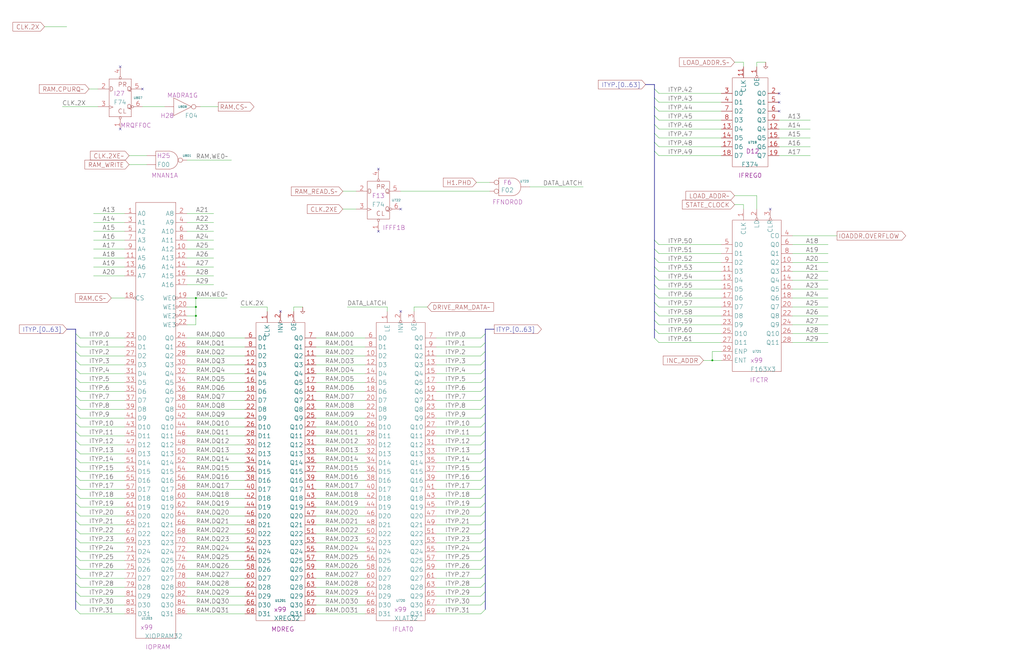
<source format=kicad_sch>
(kicad_sch (version 20230121) (generator eeschema)
  (paper "User" 584.2 378.46)
  (title_block (title "MEMORY\\nPARITY CHECKING") (date "22-SEP-90") (rev "2.0") (comment 1 "IOC") (comment 2 "232-003061") (comment 3 "S400") (comment 4 "RELEASED"))
  (junction (at 111.76 180.34))
  (junction (at 111.76 175.26))
  (junction (at 406.4 205.74))
  (junction (at 111.76 170.18))
  (no_connect (at 215.9 132.08))
  (no_connect (at 444.5 63.5))
  (no_connect (at 81.28 50.8))
  (no_connect (at 228.6 119.38))
  (no_connect (at 439.42 119.38))
  (no_connect (at 68.58 73.66))
  (no_connect (at 215.9 96.52))
  (no_connect (at 68.58 38.1))
  (no_connect (at 444.5 58.42))
  (no_connect (at 160.02 177.8))
  (no_connect (at 228.6 177.8))
  (no_connect (at 444.5 53.34))
  (bus_entry (at 373.38 137.16) (size 2.54 2.54))
  (bus_entry (at 43.18 200.66) (size 2.54 2.54))
  (bus_entry (at 43.18 220.98) (size 2.54 2.54))
  (bus_entry (at 43.18 261.62) (size 2.54 2.54))
  (bus_entry (at 43.18 251.46) (size 2.54 2.54))
  (bus_entry (at 373.38 172.72) (size 2.54 2.54))
  (bus_entry (at 373.38 60.96) (size 2.54 2.54))
  (bus_entry (at 373.38 152.4) (size 2.54 2.54))
  (bus_entry (at 43.18 332.74) (size 2.54 2.54))
  (bus_entry (at 276.86 287.02) (size -2.54 2.54))
  (bus_entry (at 276.86 210.82) (size -2.54 2.54))
  (bus_entry (at 43.18 195.58) (size 2.54 2.54))
  (bus_entry (at 43.18 337.82) (size 2.54 2.54))
  (bus_entry (at 43.18 312.42) (size 2.54 2.54))
  (bus_entry (at 43.18 276.86) (size 2.54 2.54))
  (bus_entry (at 276.86 307.34) (size -2.54 2.54))
  (bus_entry (at 373.38 147.32) (size 2.54 2.54))
  (bus_entry (at 43.18 342.9) (size 2.54 2.54))
  (bus_entry (at 276.86 231.14) (size -2.54 2.54))
  (bus_entry (at 43.18 210.82) (size 2.54 2.54))
  (bus_entry (at 276.86 205.74) (size -2.54 2.54))
  (bus_entry (at 43.18 231.14) (size 2.54 2.54))
  (bus_entry (at 43.18 266.7) (size 2.54 2.54))
  (bus_entry (at 373.38 50.8) (size 2.54 2.54))
  (bus_entry (at 43.18 256.54) (size 2.54 2.54))
  (bus_entry (at 43.18 246.38) (size 2.54 2.54))
  (bus_entry (at 276.86 317.5) (size -2.54 2.54))
  (bus_entry (at 43.18 281.94) (size 2.54 2.54))
  (bus_entry (at 43.18 287.02) (size 2.54 2.54))
  (bus_entry (at 276.86 312.42) (size -2.54 2.54))
  (bus_entry (at 373.38 86.36) (size 2.54 2.54))
  (bus_entry (at 276.86 215.9) (size -2.54 2.54))
  (bus_entry (at 276.86 322.58) (size -2.54 2.54))
  (bus_entry (at 276.86 337.82) (size -2.54 2.54))
  (bus_entry (at 373.38 162.56) (size 2.54 2.54))
  (bus_entry (at 276.86 302.26) (size -2.54 2.54))
  (bus_entry (at 43.18 327.66) (size 2.54 2.54))
  (bus_entry (at 276.86 220.98) (size -2.54 2.54))
  (bus_entry (at 276.86 271.78) (size -2.54 2.54))
  (bus_entry (at 276.86 292.1) (size -2.54 2.54))
  (bus_entry (at 373.38 71.12) (size 2.54 2.54))
  (bus_entry (at 276.86 251.46) (size -2.54 2.54))
  (bus_entry (at 276.86 347.98) (size -2.54 2.54))
  (bus_entry (at 43.18 190.5) (size 2.54 2.54))
  (bus_entry (at 43.18 292.1) (size 2.54 2.54))
  (bus_entry (at 373.38 81.28) (size 2.54 2.54))
  (bus_entry (at 276.86 246.38) (size -2.54 2.54))
  (bus_entry (at 276.86 327.66) (size -2.54 2.54))
  (bus_entry (at 43.18 322.58) (size 2.54 2.54))
  (bus_entry (at 276.86 195.58) (size -2.54 2.54))
  (bus_entry (at 373.38 157.48) (size 2.54 2.54))
  (bus_entry (at 43.18 241.3) (size 2.54 2.54))
  (bus_entry (at 276.86 261.62) (size -2.54 2.54))
  (bus_entry (at 373.38 182.88) (size 2.54 2.54))
  (bus_entry (at 276.86 281.94) (size -2.54 2.54))
  (bus_entry (at 373.38 76.2) (size 2.54 2.54))
  (bus_entry (at 43.18 226.06) (size 2.54 2.54))
  (bus_entry (at 276.86 342.9) (size -2.54 2.54))
  (bus_entry (at 373.38 193.04) (size 2.54 2.54))
  (bus_entry (at 373.38 177.8) (size 2.54 2.54))
  (bus_entry (at 276.86 266.7) (size -2.54 2.54))
  (bus_entry (at 373.38 187.96) (size 2.54 2.54))
  (bus_entry (at 373.38 167.64) (size 2.54 2.54))
  (bus_entry (at 373.38 142.24) (size 2.54 2.54))
  (bus_entry (at 276.86 241.3) (size -2.54 2.54))
  (bus_entry (at 43.18 215.9) (size 2.54 2.54))
  (bus_entry (at 373.38 55.88) (size 2.54 2.54))
  (bus_entry (at 43.18 302.26) (size 2.54 2.54))
  (bus_entry (at 43.18 347.98) (size 2.54 2.54))
  (bus_entry (at 276.86 297.18) (size -2.54 2.54))
  (bus_entry (at 373.38 66.04) (size 2.54 2.54))
  (bus_entry (at 43.18 271.78) (size 2.54 2.54))
  (bus_entry (at 43.18 205.74) (size 2.54 2.54))
  (bus_entry (at 276.86 200.66) (size -2.54 2.54))
  (bus_entry (at 276.86 276.86) (size -2.54 2.54))
  (bus_entry (at 43.18 317.5) (size 2.54 2.54))
  (bus_entry (at 276.86 332.74) (size -2.54 2.54))
  (bus_entry (at 276.86 236.22) (size -2.54 2.54))
  (bus_entry (at 43.18 307.34) (size 2.54 2.54))
  (bus_entry (at 43.18 297.18) (size 2.54 2.54))
  (bus_entry (at 43.18 236.22) (size 2.54 2.54))
  (bus_entry (at 276.86 256.54) (size -2.54 2.54))
  (bus_entry (at 276.86 190.5) (size -2.54 2.54))
  (bus_entry (at 276.86 226.06) (size -2.54 2.54))
  (wire (pts (xy 375.92 68.58) (xy 411.48 68.58)))
  (bus (pts (xy 276.86 307.34) (xy 276.86 312.42)))
  (wire (pts (xy 195.58 109.22) (xy 203.2 109.22)))
  (wire (pts (xy 106.68 248.92) (xy 139.7 248.92)))
  (wire (pts (xy 274.32 294.64) (xy 248.92 294.64)))
  (bus (pts (xy 43.18 261.62) (xy 43.18 266.7)))
  (wire (pts (xy 106.68 233.68) (xy 139.7 233.68)))
  (wire (pts (xy 274.32 274.32) (xy 248.92 274.32)))
  (wire (pts (xy 180.34 350.52) (xy 208.28 350.52)))
  (wire (pts (xy 419.1 35.56) (xy 424.18 35.56)))
  (wire (pts (xy 375.92 149.86) (xy 411.48 149.86)))
  (wire (pts (xy 452.12 190.5) (xy 472.44 190.5)))
  (wire (pts (xy 106.68 180.34) (xy 111.76 180.34)))
  (bus (pts (xy 276.86 187.96) (xy 281.94 187.96)))
  (wire (pts (xy 274.32 198.12) (xy 248.92 198.12)))
  (wire (pts (xy 452.12 180.34) (xy 472.44 180.34)))
  (bus (pts (xy 43.18 342.9) (xy 43.18 347.98)))
  (wire (pts (xy 45.72 238.76) (xy 71.12 238.76)))
  (bus (pts (xy 38.1 187.96) (xy 43.18 187.96)))
  (wire (pts (xy 198.12 175.26) (xy 220.98 175.26)))
  (wire (pts (xy 106.68 274.32) (xy 139.7 274.32)))
  (wire (pts (xy 431.8 119.38) (xy 431.8 111.76)))
  (wire (pts (xy 106.68 137.16) (xy 121.92 137.16)))
  (wire (pts (xy 274.32 350.52) (xy 248.92 350.52)))
  (bus (pts (xy 276.86 292.1) (xy 276.86 297.18)))
  (wire (pts (xy 106.68 325.12) (xy 139.7 325.12)))
  (bus (pts (xy 276.86 246.38) (xy 276.86 251.46)))
  (wire (pts (xy 452.12 134.62) (xy 477.52 134.62)))
  (wire (pts (xy 180.34 198.12) (xy 208.28 198.12)))
  (wire (pts (xy 375.92 78.74) (xy 411.48 78.74)))
  (wire (pts (xy 180.34 304.8) (xy 208.28 304.8)))
  (wire (pts (xy 444.5 78.74) (xy 462.28 78.74)))
  (wire (pts (xy 106.68 350.52) (xy 139.7 350.52)))
  (bus (pts (xy 43.18 332.74) (xy 43.18 337.82)))
  (bus (pts (xy 373.38 66.04) (xy 373.38 71.12)))
  (wire (pts (xy 180.34 299.72) (xy 208.28 299.72)))
  (bus (pts (xy 43.18 231.14) (xy 43.18 236.22)))
  (bus (pts (xy 373.38 182.88) (xy 373.38 187.96)))
  (bus (pts (xy 373.38 60.96) (xy 373.38 66.04)))
  (wire (pts (xy 236.22 175.26) (xy 236.22 177.8)))
  (wire (pts (xy 243.84 175.26) (xy 236.22 175.26)))
  (wire (pts (xy 45.72 208.28) (xy 71.12 208.28)))
  (wire (pts (xy 73.66 93.98) (xy 83.82 93.98)))
  (wire (pts (xy 45.72 289.56) (xy 71.12 289.56)))
  (bus (pts (xy 43.18 276.86) (xy 43.18 281.94)))
  (wire (pts (xy 274.32 314.96) (xy 248.92 314.96)))
  (wire (pts (xy 375.92 160.02) (xy 411.48 160.02)))
  (wire (pts (xy 106.68 243.84) (xy 139.7 243.84)))
  (bus (pts (xy 43.18 266.7) (xy 43.18 271.78)))
  (bus (pts (xy 43.18 195.58) (xy 43.18 200.66)))
  (wire (pts (xy 274.32 223.52) (xy 248.92 223.52)))
  (wire (pts (xy 106.68 193.04) (xy 139.7 193.04)))
  (bus (pts (xy 276.86 236.22) (xy 276.86 241.3)))
  (wire (pts (xy 45.72 345.44) (xy 71.12 345.44)))
  (wire (pts (xy 45.72 203.2) (xy 71.12 203.2)))
  (wire (pts (xy 45.72 340.36) (xy 71.12 340.36)))
  (bus (pts (xy 43.18 327.66) (xy 43.18 332.74)))
  (wire (pts (xy 180.34 243.84) (xy 208.28 243.84)))
  (wire (pts (xy 63.5 170.18) (xy 71.12 170.18)))
  (bus (pts (xy 43.18 220.98) (xy 43.18 226.06)))
  (wire (pts (xy 53.34 152.4) (xy 71.12 152.4)))
  (bus (pts (xy 373.38 157.48) (xy 373.38 162.56)))
  (wire (pts (xy 45.72 254) (xy 71.12 254)))
  (bus (pts (xy 373.38 86.36) (xy 373.38 137.16)))
  (wire (pts (xy 274.32 248.92) (xy 248.92 248.92)))
  (wire (pts (xy 452.12 170.18) (xy 472.44 170.18)))
  (wire (pts (xy 45.72 274.32) (xy 71.12 274.32)))
  (wire (pts (xy 45.72 248.92) (xy 71.12 248.92)))
  (bus (pts (xy 373.38 177.8) (xy 373.38 182.88)))
  (wire (pts (xy 45.72 309.88) (xy 71.12 309.88)))
  (bus (pts (xy 373.38 71.12) (xy 373.38 76.2)))
  (bus (pts (xy 43.18 312.42) (xy 43.18 317.5)))
  (bus (pts (xy 373.38 142.24) (xy 373.38 147.32)))
  (wire (pts (xy 452.12 195.58) (xy 472.44 195.58)))
  (wire (pts (xy 45.72 243.84) (xy 71.12 243.84)))
  (wire (pts (xy 45.72 335.28) (xy 71.12 335.28)))
  (bus (pts (xy 43.18 187.96) (xy 43.18 190.5)))
  (wire (pts (xy 106.68 314.96) (xy 139.7 314.96)))
  (wire (pts (xy 106.68 294.64) (xy 139.7 294.64)))
  (wire (pts (xy 406.4 205.74) (xy 411.48 205.74)))
  (wire (pts (xy 375.92 83.82) (xy 411.48 83.82)))
  (wire (pts (xy 106.68 132.08) (xy 121.92 132.08)))
  (wire (pts (xy 106.68 185.42) (xy 111.76 185.42)))
  (wire (pts (xy 375.92 195.58) (xy 411.48 195.58)))
  (wire (pts (xy 274.32 269.24) (xy 248.92 269.24)))
  (bus (pts (xy 276.86 231.14) (xy 276.86 236.22)))
  (bus (pts (xy 373.38 172.72) (xy 373.38 177.8)))
  (bus (pts (xy 276.86 332.74) (xy 276.86 337.82)))
  (wire (pts (xy 452.12 165.1) (xy 472.44 165.1)))
  (bus (pts (xy 276.86 266.7) (xy 276.86 271.78)))
  (wire (pts (xy 45.72 223.52) (xy 71.12 223.52)))
  (bus (pts (xy 276.86 322.58) (xy 276.86 327.66)))
  (wire (pts (xy 274.32 208.28) (xy 248.92 208.28)))
  (bus (pts (xy 43.18 200.66) (xy 43.18 205.74)))
  (wire (pts (xy 375.92 63.5) (xy 411.48 63.5)))
  (wire (pts (xy 444.5 88.9) (xy 462.28 88.9)))
  (wire (pts (xy 106.68 299.72) (xy 139.7 299.72)))
  (wire (pts (xy 180.34 254) (xy 208.28 254)))
  (wire (pts (xy 111.76 175.26) (xy 111.76 180.34)))
  (wire (pts (xy 452.12 149.86) (xy 472.44 149.86)))
  (wire (pts (xy 274.32 304.8) (xy 248.92 304.8)))
  (bus (pts (xy 276.86 342.9) (xy 276.86 347.98)))
  (bus (pts (xy 373.38 147.32) (xy 373.38 152.4)))
  (wire (pts (xy 53.34 127) (xy 71.12 127)))
  (bus (pts (xy 276.86 205.74) (xy 276.86 210.82)))
  (bus (pts (xy 276.86 241.3) (xy 276.86 246.38)))
  (wire (pts (xy 452.12 139.7) (xy 472.44 139.7)))
  (wire (pts (xy 137.16 175.26) (xy 152.4 175.26)))
  (wire (pts (xy 424.18 119.38) (xy 424.18 116.84)))
  (wire (pts (xy 411.48 200.66) (xy 406.4 200.66)))
  (wire (pts (xy 220.98 175.26) (xy 220.98 177.8)))
  (wire (pts (xy 106.68 269.24) (xy 139.7 269.24)))
  (wire (pts (xy 274.32 243.84) (xy 248.92 243.84)))
  (wire (pts (xy 45.72 330.2) (xy 71.12 330.2)))
  (wire (pts (xy 167.64 175.26) (xy 172.72 175.26)))
  (wire (pts (xy 180.34 309.88) (xy 208.28 309.88)))
  (wire (pts (xy 274.32 325.12) (xy 248.92 325.12)))
  (wire (pts (xy 50.8 50.8) (xy 55.88 50.8)))
  (wire (pts (xy 106.68 198.12) (xy 139.7 198.12)))
  (wire (pts (xy 73.66 88.9) (xy 83.82 88.9)))
  (wire (pts (xy 45.72 325.12) (xy 71.12 325.12)))
  (bus (pts (xy 43.18 226.06) (xy 43.18 231.14)))
  (bus (pts (xy 276.86 312.42) (xy 276.86 317.5)))
  (wire (pts (xy 106.68 264.16) (xy 139.7 264.16)))
  (wire (pts (xy 180.34 284.48) (xy 208.28 284.48)))
  (bus (pts (xy 43.18 292.1) (xy 43.18 297.18)))
  (wire (pts (xy 53.34 137.16) (xy 71.12 137.16)))
  (bus (pts (xy 276.86 287.02) (xy 276.86 292.1)))
  (wire (pts (xy 274.32 264.16) (xy 248.92 264.16)))
  (wire (pts (xy 274.32 330.2) (xy 248.92 330.2)))
  (bus (pts (xy 276.86 317.5) (xy 276.86 322.58)))
  (wire (pts (xy 106.68 340.36) (xy 139.7 340.36)))
  (wire (pts (xy 375.92 53.34) (xy 411.48 53.34)))
  (bus (pts (xy 43.18 251.46) (xy 43.18 256.54)))
  (bus (pts (xy 276.86 302.26) (xy 276.86 307.34)))
  (wire (pts (xy 53.34 147.32) (xy 71.12 147.32)))
  (wire (pts (xy 114.3 60.96) (xy 124.46 60.96)))
  (wire (pts (xy 274.32 279.4) (xy 248.92 279.4)))
  (bus (pts (xy 373.38 152.4) (xy 373.38 157.48)))
  (bus (pts (xy 43.18 236.22) (xy 43.18 241.3)))
  (wire (pts (xy 180.34 325.12) (xy 208.28 325.12)))
  (wire (pts (xy 45.72 233.68) (xy 71.12 233.68)))
  (wire (pts (xy 106.68 259.08) (xy 139.7 259.08)))
  (bus (pts (xy 43.18 241.3) (xy 43.18 246.38)))
  (wire (pts (xy 106.68 304.8) (xy 139.7 304.8)))
  (wire (pts (xy 274.32 254) (xy 248.92 254)))
  (wire (pts (xy 180.34 335.28) (xy 208.28 335.28)))
  (wire (pts (xy 452.12 144.78) (xy 472.44 144.78)))
  (wire (pts (xy 180.34 330.2) (xy 208.28 330.2)))
  (bus (pts (xy 276.86 200.66) (xy 276.86 205.74)))
  (wire (pts (xy 401.32 205.74) (xy 406.4 205.74)))
  (wire (pts (xy 106.68 121.92) (xy 121.92 121.92)))
  (bus (pts (xy 43.18 210.82) (xy 43.18 215.9)))
  (wire (pts (xy 167.64 175.26) (xy 167.64 177.8)))
  (wire (pts (xy 180.34 340.36) (xy 208.28 340.36)))
  (wire (pts (xy 45.72 213.36) (xy 71.12 213.36)))
  (bus (pts (xy 276.86 215.9) (xy 276.86 220.98)))
  (wire (pts (xy 106.68 223.52) (xy 139.7 223.52)))
  (wire (pts (xy 452.12 154.94) (xy 472.44 154.94)))
  (wire (pts (xy 106.68 175.26) (xy 111.76 175.26)))
  (wire (pts (xy 35.56 60.96) (xy 55.88 60.96)))
  (bus (pts (xy 276.86 187.96) (xy 276.86 190.5)))
  (wire (pts (xy 274.32 299.72) (xy 248.92 299.72)))
  (bus (pts (xy 43.18 246.38) (xy 43.18 251.46)))
  (wire (pts (xy 25.4 15.24) (xy 38.1 15.24)))
  (bus (pts (xy 373.38 81.28) (xy 373.38 86.36)))
  (bus (pts (xy 43.18 317.5) (xy 43.18 322.58)))
  (wire (pts (xy 228.6 109.22) (xy 279.4 109.22)))
  (wire (pts (xy 106.68 162.56) (xy 121.92 162.56)))
  (wire (pts (xy 53.34 121.92) (xy 71.12 121.92)))
  (wire (pts (xy 375.92 88.9) (xy 411.48 88.9)))
  (wire (pts (xy 106.68 142.24) (xy 121.92 142.24)))
  (wire (pts (xy 375.92 58.42) (xy 411.48 58.42)))
  (wire (pts (xy 424.18 38.1) (xy 424.18 35.56)))
  (wire (pts (xy 274.32 320.04) (xy 248.92 320.04)))
  (wire (pts (xy 424.18 116.84) (xy 419.1 116.84)))
  (wire (pts (xy 106.68 203.2) (xy 139.7 203.2)))
  (wire (pts (xy 106.68 238.76) (xy 139.7 238.76)))
  (wire (pts (xy 180.34 264.16) (xy 208.28 264.16)))
  (wire (pts (xy 45.72 294.64) (xy 71.12 294.64)))
  (wire (pts (xy 274.32 309.88) (xy 248.92 309.88)))
  (wire (pts (xy 180.34 238.76) (xy 208.28 238.76)))
  (wire (pts (xy 180.34 218.44) (xy 208.28 218.44)))
  (wire (pts (xy 106.68 345.44) (xy 139.7 345.44)))
  (wire (pts (xy 152.4 175.26) (xy 152.4 177.8)))
  (bus (pts (xy 276.86 297.18) (xy 276.86 302.26)))
  (wire (pts (xy 444.5 68.58) (xy 462.28 68.58)))
  (wire (pts (xy 274.32 213.36) (xy 248.92 213.36)))
  (bus (pts (xy 276.86 210.82) (xy 276.86 215.9)))
  (wire (pts (xy 302.26 106.68) (xy 332.74 106.68)))
  (bus (pts (xy 43.18 297.18) (xy 43.18 302.26)))
  (bus (pts (xy 276.86 276.86) (xy 276.86 281.94)))
  (wire (pts (xy 375.92 185.42) (xy 411.48 185.42)))
  (wire (pts (xy 53.34 142.24) (xy 71.12 142.24)))
  (wire (pts (xy 106.68 254) (xy 139.7 254)))
  (wire (pts (xy 45.72 320.04) (xy 71.12 320.04)))
  (wire (pts (xy 180.34 289.56) (xy 208.28 289.56)))
  (bus (pts (xy 276.86 190.5) (xy 276.86 195.58)))
  (wire (pts (xy 111.76 180.34) (xy 111.76 185.42)))
  (wire (pts (xy 106.68 127) (xy 121.92 127)))
  (bus (pts (xy 43.18 205.74) (xy 43.18 210.82)))
  (wire (pts (xy 111.76 170.18) (xy 111.76 175.26)))
  (wire (pts (xy 274.32 259.08) (xy 248.92 259.08)))
  (wire (pts (xy 45.72 198.12) (xy 71.12 198.12)))
  (bus (pts (xy 373.38 50.8) (xy 373.38 55.88)))
  (wire (pts (xy 106.68 152.4) (xy 121.92 152.4)))
  (wire (pts (xy 45.72 259.08) (xy 71.12 259.08)))
  (bus (pts (xy 43.18 281.94) (xy 43.18 287.02)))
  (wire (pts (xy 45.72 279.4) (xy 71.12 279.4)))
  (bus (pts (xy 276.86 251.46) (xy 276.86 256.54)))
  (wire (pts (xy 45.72 269.24) (xy 71.12 269.24)))
  (wire (pts (xy 274.32 203.2) (xy 248.92 203.2)))
  (wire (pts (xy 274.32 233.68) (xy 248.92 233.68)))
  (bus (pts (xy 276.86 195.58) (xy 276.86 200.66)))
  (bus (pts (xy 276.86 337.82) (xy 276.86 342.9)))
  (bus (pts (xy 373.38 76.2) (xy 373.38 81.28)))
  (wire (pts (xy 106.68 320.04) (xy 139.7 320.04)))
  (wire (pts (xy 45.72 193.04) (xy 71.12 193.04)))
  (wire (pts (xy 81.28 60.96) (xy 93.98 60.96)))
  (bus (pts (xy 373.38 162.56) (xy 373.38 167.64)))
  (wire (pts (xy 106.68 284.48) (xy 139.7 284.48)))
  (wire (pts (xy 274.32 228.6) (xy 248.92 228.6)))
  (wire (pts (xy 106.68 147.32) (xy 121.92 147.32)))
  (wire (pts (xy 274.32 340.36) (xy 248.92 340.36)))
  (wire (pts (xy 180.34 320.04) (xy 208.28 320.04)))
  (wire (pts (xy 106.68 289.56) (xy 139.7 289.56)))
  (bus (pts (xy 276.86 226.06) (xy 276.86 231.14)))
  (wire (pts (xy 180.34 208.28) (xy 208.28 208.28)))
  (wire (pts (xy 274.32 284.48) (xy 248.92 284.48)))
  (bus (pts (xy 373.38 187.96) (xy 373.38 193.04)))
  (wire (pts (xy 180.34 193.04) (xy 208.28 193.04)))
  (bus (pts (xy 43.18 256.54) (xy 43.18 261.62)))
  (wire (pts (xy 106.68 228.6) (xy 139.7 228.6)))
  (wire (pts (xy 180.34 248.92) (xy 208.28 248.92)))
  (wire (pts (xy 452.12 160.02) (xy 472.44 160.02)))
  (bus (pts (xy 43.18 190.5) (xy 43.18 195.58)))
  (bus (pts (xy 276.86 220.98) (xy 276.86 226.06)))
  (wire (pts (xy 452.12 175.26) (xy 472.44 175.26)))
  (wire (pts (xy 406.4 200.66) (xy 406.4 205.74)))
  (wire (pts (xy 419.1 111.76) (xy 431.8 111.76)))
  (wire (pts (xy 53.34 157.48) (xy 71.12 157.48)))
  (wire (pts (xy 111.76 170.18) (xy 129.54 170.18)))
  (wire (pts (xy 106.68 170.18) (xy 111.76 170.18)))
  (wire (pts (xy 375.92 144.78) (xy 411.48 144.78)))
  (bus (pts (xy 43.18 287.02) (xy 43.18 292.1)))
  (wire (pts (xy 106.68 91.44) (xy 132.08 91.44)))
  (wire (pts (xy 274.32 345.44) (xy 248.92 345.44)))
  (wire (pts (xy 180.34 203.2) (xy 208.28 203.2)))
  (wire (pts (xy 106.68 157.48) (xy 121.92 157.48)))
  (wire (pts (xy 375.92 180.34) (xy 411.48 180.34)))
  (wire (pts (xy 180.34 314.96) (xy 208.28 314.96)))
  (wire (pts (xy 274.32 218.44) (xy 248.92 218.44)))
  (wire (pts (xy 375.92 190.5) (xy 411.48 190.5)))
  (bus (pts (xy 373.38 48.26) (xy 373.38 50.8)))
  (bus (pts (xy 43.18 337.82) (xy 43.18 342.9)))
  (bus (pts (xy 276.86 256.54) (xy 276.86 261.62)))
  (wire (pts (xy 45.72 304.8) (xy 71.12 304.8)))
  (bus (pts (xy 43.18 271.78) (xy 43.18 276.86)))
  (bus (pts (xy 43.18 322.58) (xy 43.18 327.66)))
  (wire (pts (xy 180.34 269.24) (xy 208.28 269.24)))
  (wire (pts (xy 106.68 218.44) (xy 139.7 218.44)))
  (wire (pts (xy 53.34 132.08) (xy 71.12 132.08)))
  (wire (pts (xy 452.12 185.42) (xy 472.44 185.42)))
  (wire (pts (xy 375.92 165.1) (xy 411.48 165.1)))
  (bus (pts (xy 43.18 302.26) (xy 43.18 307.34)))
  (wire (pts (xy 45.72 299.72) (xy 71.12 299.72)))
  (wire (pts (xy 375.92 139.7) (xy 411.48 139.7)))
  (wire (pts (xy 436.88 35.56) (xy 431.8 35.56)))
  (wire (pts (xy 180.34 223.52) (xy 208.28 223.52)))
  (wire (pts (xy 106.68 279.4) (xy 139.7 279.4)))
  (wire (pts (xy 375.92 154.94) (xy 411.48 154.94)))
  (wire (pts (xy 274.32 335.28) (xy 248.92 335.28)))
  (bus (pts (xy 276.86 327.66) (xy 276.86 332.74)))
  (wire (pts (xy 180.34 233.68) (xy 208.28 233.68)))
  (bus (pts (xy 368.3 48.26) (xy 373.38 48.26)))
  (bus (pts (xy 276.86 261.62) (xy 276.86 266.7)))
  (wire (pts (xy 45.72 228.6) (xy 71.12 228.6)))
  (wire (pts (xy 180.34 228.6) (xy 208.28 228.6)))
  (wire (pts (xy 106.68 330.2) (xy 139.7 330.2)))
  (wire (pts (xy 106.68 335.28) (xy 139.7 335.28)))
  (bus (pts (xy 373.38 55.88) (xy 373.38 60.96)))
  (bus (pts (xy 373.38 167.64) (xy 373.38 172.72)))
  (wire (pts (xy 106.68 309.88) (xy 139.7 309.88)))
  (wire (pts (xy 195.58 119.38) (xy 203.2 119.38)))
  (wire (pts (xy 431.8 35.56) (xy 431.8 38.1)))
  (wire (pts (xy 274.32 238.76) (xy 248.92 238.76)))
  (wire (pts (xy 180.34 345.44) (xy 208.28 345.44)))
  (wire (pts (xy 180.34 294.64) (xy 208.28 294.64)))
  (bus (pts (xy 276.86 281.94) (xy 276.86 287.02)))
  (wire (pts (xy 106.68 213.36) (xy 139.7 213.36)))
  (wire (pts (xy 180.34 279.4) (xy 208.28 279.4)))
  (bus (pts (xy 43.18 307.34) (xy 43.18 312.42)))
  (wire (pts (xy 180.34 259.08) (xy 208.28 259.08)))
  (wire (pts (xy 444.5 73.66) (xy 462.28 73.66)))
  (wire (pts (xy 375.92 170.18) (xy 411.48 170.18)))
  (bus (pts (xy 276.86 271.78) (xy 276.86 276.86)))
  (wire (pts (xy 274.32 193.04) (xy 248.92 193.04)))
  (wire (pts (xy 45.72 284.48) (xy 71.12 284.48)))
  (wire (pts (xy 180.34 274.32) (xy 208.28 274.32)))
  (wire (pts (xy 45.72 314.96) (xy 71.12 314.96)))
  (wire (pts (xy 45.72 218.44) (xy 71.12 218.44)))
  (bus (pts (xy 43.18 215.9) (xy 43.18 220.98)))
  (wire (pts (xy 106.68 208.28) (xy 139.7 208.28)))
  (wire (pts (xy 180.34 213.36) (xy 208.28 213.36)))
  (wire (pts (xy 375.92 175.26) (xy 411.48 175.26)))
  (wire (pts (xy 274.32 289.56) (xy 248.92 289.56)))
  (wire (pts (xy 375.92 73.66) (xy 411.48 73.66)))
  (wire (pts (xy 271.78 104.14) (xy 279.4 104.14)))
  (wire (pts (xy 45.72 264.16) (xy 71.12 264.16)))
  (bus (pts (xy 373.38 137.16) (xy 373.38 142.24)))
  (wire (pts (xy 45.72 350.52) (xy 71.12 350.52)))
  (wire (pts (xy 444.5 83.82) (xy 462.28 83.82)))
  (label "ITYP.5" (at 50.8 218.44 0) (effects (font (size 2.54 2.54))))
  (label "RAM.DO18" (at 185.42 284.48 0) (effects (font (size 2.54 2.54))))
  (label "RAM.DQ20" (at 111.76 294.64 0) (effects (font (size 2.54 2.54))))
  (label "RAM.DO13" (at 185.42 259.08 0) (effects (font (size 2.54 2.54))))
  (label "RAM.DQ19" (at 111.76 289.56 0) (effects (font (size 2.54 2.54))))
  (label "RAM.DO25" (at 185.42 320.04 0) (effects (font (size 2.54 2.54))))
  (label "RAM.DQ24" (at 111.76 314.96 0) (effects (font (size 2.54 2.54))))
  (label "ITYP.16" (at 254 274.32 0) (effects (font (size 2.54 2.54))))
  (label "RAM.DO6" (at 185.42 223.52 0) (effects (font (size 2.54 2.54))))
  (label "RAM.DQ10" (at 111.76 243.84 0) (effects (font (size 2.54 2.54))))
  (label "RAM.DQ8" (at 111.76 233.68 0) (effects (font (size 2.54 2.54))))
  (label "A19" (at 58.42 152.4 0) (effects (font (size 2.54 2.54))))
  (label "ITYP.14" (at 254 264.16 0) (effects (font (size 2.54 2.54))))
  (label "RAM.WE0~" (at 111.76 170.18 0) (effects (font (size 2.54 2.54))))
  (label "ITYP.8" (at 254 233.68 0) (effects (font (size 2.54 2.54))))
  (label "RAM.DQ28" (at 111.76 335.28 0) (effects (font (size 2.54 2.54))))
  (label "ITYP.49" (at 381 88.9 0) (effects (font (size 2.54 2.54))))
  (label "RAM.DQ1" (at 111.76 198.12 0) (effects (font (size 2.54 2.54))))
  (label "ITYP.17" (at 254 279.4 0) (effects (font (size 2.54 2.54))))
  (label "ITYP.43" (at 381 58.42 0) (effects (font (size 2.54 2.54))))
  (label "RAM.DQ5" (at 111.76 218.44 0) (effects (font (size 2.54 2.54))))
  (label "ITYP.5" (at 254 218.44 0) (effects (font (size 2.54 2.54))))
  (label "RAM.DQ11" (at 111.76 248.92 0) (effects (font (size 2.54 2.54))))
  (label "RAM.DO29" (at 185.42 340.36 0) (effects (font (size 2.54 2.54))))
  (label "CLK.2X" (at 137.16 175.26 0) (effects (font (size 2.54 2.54))))
  (label "A25" (at 459.74 175.26 0) (effects (font (size 2.54 2.54))))
  (label "A15" (at 58.42 132.08 0) (effects (font (size 2.54 2.54))))
  (label "ITYP.20" (at 254 294.64 0) (effects (font (size 2.54 2.54))))
  (label "ITYP.19" (at 254 289.56 0) (effects (font (size 2.54 2.54))))
  (label "ITYP.11" (at 50.8 248.92 0) (effects (font (size 2.54 2.54))))
  (label "ITYP.23" (at 254 309.88 0) (effects (font (size 2.54 2.54))))
  (label "ITYP.47" (at 381 78.74 0) (effects (font (size 2.54 2.54))))
  (label "RAM.DO12" (at 185.42 254 0) (effects (font (size 2.54 2.54))))
  (label "ITYP.48" (at 381 83.82 0) (effects (font (size 2.54 2.54))))
  (label "ITYP.23" (at 50.8 309.88 0) (effects (font (size 2.54 2.54))))
  (label "A21" (at 459.74 154.94 0) (effects (font (size 2.54 2.54))))
  (label "ITYP.56" (at 381 170.18 0) (effects (font (size 2.54 2.54))))
  (label "ITYP.54" (at 381 160.02 0) (effects (font (size 2.54 2.54))))
  (label "ITYP.26" (at 50.8 325.12 0) (effects (font (size 2.54 2.54))))
  (label "ITYP.11" (at 254 248.92 0) (effects (font (size 2.54 2.54))))
  (label "ITYP.25" (at 254 320.04 0) (effects (font (size 2.54 2.54))))
  (label "A13" (at 58.42 121.92 0) (effects (font (size 2.54 2.54))))
  (label "A29" (at 459.74 195.58 0) (effects (font (size 2.54 2.54))))
  (label "A19" (at 459.74 144.78 0) (effects (font (size 2.54 2.54))))
  (label "A14" (at 58.42 127 0) (effects (font (size 2.54 2.54))))
  (label "ITYP.22" (at 50.8 304.8 0) (effects (font (size 2.54 2.54))))
  (label "ITYP.26" (at 254 325.12 0) (effects (font (size 2.54 2.54))))
  (label "ITYP.28" (at 254 335.28 0) (effects (font (size 2.54 2.54))))
  (label "RAM.DO16" (at 185.42 274.32 0) (effects (font (size 2.54 2.54))))
  (label "RAM.DO15" (at 185.42 269.24 0) (effects (font (size 2.54 2.54))))
  (label "RAM.DO27" (at 185.42 330.2 0) (effects (font (size 2.54 2.54))))
  (label "RAM.DQ22" (at 111.76 304.8 0) (effects (font (size 2.54 2.54))))
  (label "RAM.DQ30" (at 111.76 345.44 0) (effects (font (size 2.54 2.54))))
  (label "RAM.DQ29" (at 111.76 340.36 0) (effects (font (size 2.54 2.54))))
  (label "ITYP.25" (at 50.8 320.04 0) (effects (font (size 2.54 2.54))))
  (label "ITYP.30" (at 50.8 345.44 0) (effects (font (size 2.54 2.54))))
  (label "ITYP.57" (at 381 175.26 0) (effects (font (size 2.54 2.54))))
  (label "RAM.DQ7" (at 111.76 228.6 0) (effects (font (size 2.54 2.54))))
  (label "RAM.DO2" (at 185.42 203.2 0) (effects (font (size 2.54 2.54))))
  (label "RAM.DO0" (at 185.42 193.04 0) (effects (font (size 2.54 2.54))))
  (label "RAM.DO11" (at 185.42 248.92 0) (effects (font (size 2.54 2.54))))
  (label "A15" (at 449.58 78.74 0) (effects (font (size 2.54 2.54))))
  (label "ITYP.12" (at 50.8 254 0) (effects (font (size 2.54 2.54))))
  (label "RAM.DQ26" (at 111.76 325.12 0) (effects (font (size 2.54 2.54))))
  (label "ITYP.7" (at 254 228.6 0) (effects (font (size 2.54 2.54))))
  (label "A28" (at 111.76 157.48 0) (effects (font (size 2.54 2.54))))
  (label "A22" (at 459.74 160.02 0) (effects (font (size 2.54 2.54))))
  (label "RAM.DQ2" (at 111.76 203.2 0) (effects (font (size 2.54 2.54))))
  (label "ITYP.60" (at 381 190.5 0) (effects (font (size 2.54 2.54))))
  (label "RAM.DQ27" (at 111.76 330.2 0) (effects (font (size 2.54 2.54))))
  (label "RAM.DO31" (at 185.42 350.52 0) (effects (font (size 2.54 2.54))))
  (label "ITYP.51" (at 381 144.78 0) (effects (font (size 2.54 2.54))))
  (label "RAM.DO26" (at 185.42 325.12 0) (effects (font (size 2.54 2.54))))
  (label "RAM.DQ17" (at 111.76 279.4 0) (effects (font (size 2.54 2.54))))
  (label "ITYP.13" (at 50.8 259.08 0) (effects (font (size 2.54 2.54))))
  (label "ITYP.3" (at 50.8 208.28 0) (effects (font (size 2.54 2.54))))
  (label "ITYP.6" (at 254 223.52 0) (effects (font (size 2.54 2.54))))
  (label "ITYP.8" (at 50.8 233.68 0) (effects (font (size 2.54 2.54))))
  (label "A27" (at 111.76 152.4 0) (effects (font (size 2.54 2.54))))
  (label "ITYP.18" (at 50.8 284.48 0) (effects (font (size 2.54 2.54))))
  (label "RAM.DQ13" (at 111.76 259.08 0) (effects (font (size 2.54 2.54))))
  (label "RAM.DQ6" (at 111.76 223.52 0) (effects (font (size 2.54 2.54))))
  (label "ITYP.1" (at 254 198.12 0) (effects (font (size 2.54 2.54))))
  (label "A20" (at 459.74 149.86 0) (effects (font (size 2.54 2.54))))
  (label "RAM.DQ12" (at 111.76 254 0) (effects (font (size 2.54 2.54))))
  (label "ITYP.12" (at 254 254 0) (effects (font (size 2.54 2.54))))
  (label "A24" (at 459.74 170.18 0) (effects (font (size 2.54 2.54))))
  (label "ITYP.24" (at 50.8 314.96 0) (effects (font (size 2.54 2.54))))
  (label "ITYP.14" (at 50.8 264.16 0) (effects (font (size 2.54 2.54))))
  (label "ITYP.45" (at 381 68.58 0) (effects (font (size 2.54 2.54))))
  (label "RAM.DQ9" (at 111.76 238.76 0) (effects (font (size 2.54 2.54))))
  (label "ITYP.55" (at 381 165.1 0) (effects (font (size 2.54 2.54))))
  (label "ITYP.27" (at 50.8 330.2 0) (effects (font (size 2.54 2.54))))
  (label "RAM.DQ25" (at 111.76 320.04 0) (effects (font (size 2.54 2.54))))
  (label "A24" (at 111.76 137.16 0) (effects (font (size 2.54 2.54))))
  (label "ITYP.19" (at 50.8 289.56 0) (effects (font (size 2.54 2.54))))
  (label "A23" (at 111.76 132.08 0) (effects (font (size 2.54 2.54))))
  (label "ITYP.2" (at 254 203.2 0) (effects (font (size 2.54 2.54))))
  (label "ITYP.18" (at 254 284.48 0) (effects (font (size 2.54 2.54))))
  (label "ITYP.9" (at 254 238.76 0) (effects (font (size 2.54 2.54))))
  (label "ITYP.6" (at 50.8 223.52 0) (effects (font (size 2.54 2.54))))
  (label "RAM.DQ21" (at 111.76 299.72 0) (effects (font (size 2.54 2.54))))
  (label "ITYP.27" (at 254 330.2 0) (effects (font (size 2.54 2.54))))
  (label "A27" (at 459.74 185.42 0) (effects (font (size 2.54 2.54))))
  (label "A16" (at 449.58 83.82 0) (effects (font (size 2.54 2.54))))
  (label "A14" (at 449.58 73.66 0) (effects (font (size 2.54 2.54))))
  (label "RAM.DO9" (at 185.42 238.76 0) (effects (font (size 2.54 2.54))))
  (label "ITYP.21" (at 254 299.72 0) (effects (font (size 2.54 2.54))))
  (label "RAM.DO4" (at 185.42 213.36 0) (effects (font (size 2.54 2.54))))
  (label "DATA_LATCH" (at 309.88 106.68 0) (effects (font (size 2.54 2.54))))
  (label "ITYP.59" (at 381 185.42 0) (effects (font (size 2.54 2.54))))
  (label "A22" (at 111.76 127 0) (effects (font (size 2.54 2.54))))
  (label "ITYP.16" (at 50.8 274.32 0) (effects (font (size 2.54 2.54))))
  (label "ITYP.29" (at 254 340.36 0) (effects (font (size 2.54 2.54))))
  (label "A26" (at 111.76 147.32 0) (effects (font (size 2.54 2.54))))
  (label "ITYP.52" (at 381 149.86 0) (effects (font (size 2.54 2.54))))
  (label "A13" (at 449.58 68.58 0) (effects (font (size 2.54 2.54))))
  (label "ITYP.1" (at 50.8 198.12 0) (effects (font (size 2.54 2.54))))
  (label "RAM.DO22" (at 185.42 304.8 0) (effects (font (size 2.54 2.54))))
  (label "RAM.DO23" (at 185.42 309.88 0) (effects (font (size 2.54 2.54))))
  (label "ITYP.31" (at 50.8 350.52 0) (effects (font (size 2.54 2.54))))
  (label "ITYP.58" (at 381 180.34 0) (effects (font (size 2.54 2.54))))
  (label "A20" (at 58.42 157.48 0) (effects (font (size 2.54 2.54))))
  (label "RAM.DO17" (at 185.42 279.4 0) (effects (font (size 2.54 2.54))))
  (label "ITYP.30" (at 254 345.44 0) (effects (font (size 2.54 2.54))))
  (label "RAM.DO8" (at 185.42 233.68 0) (effects (font (size 2.54 2.54))))
  (label "ITYP.61" (at 381 195.58 0) (effects (font (size 2.54 2.54))))
  (label "A16" (at 58.42 137.16 0) (effects (font (size 2.54 2.54))))
  (label "RAM.WE0~" (at 111.76 91.44 0) (effects (font (size 2.54 2.54))))
  (label "ITYP.31" (at 254 350.52 0) (effects (font (size 2.54 2.54))))
  (label "RAM.DQ14" (at 111.76 264.16 0) (effects (font (size 2.54 2.54))))
  (label "ITYP.3" (at 254 208.28 0) (effects (font (size 2.54 2.54))))
  (label "ITYP.17" (at 50.8 279.4 0) (effects (font (size 2.54 2.54))))
  (label "RAM.DO19" (at 185.42 289.56 0) (effects (font (size 2.54 2.54))))
  (label "ITYP.50" (at 381 139.7 0) (effects (font (size 2.54 2.54))))
  (label "RAM.DO1" (at 185.42 198.12 0) (effects (font (size 2.54 2.54))))
  (label "RAM.DO28" (at 185.42 335.28 0) (effects (font (size 2.54 2.54))))
  (label "A21" (at 111.76 121.92 0) (effects (font (size 2.54 2.54))))
  (label "ITYP.44" (at 381 63.5 0) (effects (font (size 2.54 2.54))))
  (label "RAM.DQ31" (at 111.76 350.52 0) (effects (font (size 2.54 2.54))))
  (label "A26" (at 459.74 180.34 0) (effects (font (size 2.54 2.54))))
  (label "RAM.DO3" (at 185.42 208.28 0) (effects (font (size 2.54 2.54))))
  (label "ITYP.53" (at 381 154.94 0) (effects (font (size 2.54 2.54))))
  (label "DATA_LATCH" (at 198.12 175.26 0) (effects (font (size 2.54 2.54))))
  (label "ITYP.4" (at 254 213.36 0) (effects (font (size 2.54 2.54))))
  (label "ITYP.7" (at 50.8 228.6 0) (effects (font (size 2.54 2.54))))
  (label "A17" (at 58.42 142.24 0) (effects (font (size 2.54 2.54))))
  (label "ITYP.28" (at 50.8 335.28 0) (effects (font (size 2.54 2.54))))
  (label "RAM.DO30" (at 185.42 345.44 0) (effects (font (size 2.54 2.54))))
  (label "RAM.DO5" (at 185.42 218.44 0) (effects (font (size 2.54 2.54))))
  (label "A18" (at 58.42 147.32 0) (effects (font (size 2.54 2.54))))
  (label "RAM.DQ18" (at 111.76 284.48 0) (effects (font (size 2.54 2.54))))
  (label "ITYP.0" (at 254 193.04 0) (effects (font (size 2.54 2.54))))
  (label "ITYP.29" (at 50.8 340.36 0) (effects (font (size 2.54 2.54))))
  (label "ITYP.42" (at 381 53.34 0) (effects (font (size 2.54 2.54))))
  (label "A23" (at 459.74 165.1 0) (effects (font (size 2.54 2.54))))
  (label "ITYP.20" (at 50.8 294.64 0) (effects (font (size 2.54 2.54))))
  (label "RAM.DQ4" (at 111.76 213.36 0) (effects (font (size 2.54 2.54))))
  (label "RAM.DO20" (at 185.42 294.64 0) (effects (font (size 2.54 2.54))))
  (label "ITYP.13" (at 254 259.08 0) (effects (font (size 2.54 2.54))))
  (label "ITYP.0" (at 50.8 193.04 0) (effects (font (size 2.54 2.54))))
  (label "RAM.DO7" (at 185.42 228.6 0) (effects (font (size 2.54 2.54))))
  (label "A17" (at 449.58 88.9 0) (effects (font (size 2.54 2.54))))
  (label "A18" (at 459.74 139.7 0) (effects (font (size 2.54 2.54))))
  (label "ITYP.46" (at 381 73.66 0) (effects (font (size 2.54 2.54))))
  (label "ITYP.4" (at 50.8 213.36 0) (effects (font (size 2.54 2.54))))
  (label "RAM.DQ16" (at 111.76 274.32 0) (effects (font (size 2.54 2.54))))
  (label "RAM.DQ15" (at 111.76 269.24 0) (effects (font (size 2.54 2.54))))
  (label "ITYP.2" (at 50.8 203.2 0) (effects (font (size 2.54 2.54))))
  (label "RAM.DO24" (at 185.42 314.96 0) (effects (font (size 2.54 2.54))))
  (label "ITYP.9" (at 50.8 238.76 0) (effects (font (size 2.54 2.54))))
  (label "ITYP.24" (at 254 314.96 0) (effects (font (size 2.54 2.54))))
  (label "A29" (at 111.76 162.56 0) (effects (font (size 2.54 2.54))))
  (label "A28" (at 459.74 190.5 0) (effects (font (size 2.54 2.54))))
  (label "RAM.DQ23" (at 111.76 309.88 0) (effects (font (size 2.54 2.54))))
  (label "RAM.DQ0" (at 111.76 193.04 0) (effects (font (size 2.54 2.54))))
  (label "ITYP.10" (at 254 243.84 0) (effects (font (size 2.54 2.54))))
  (label "ITYP.21" (at 50.8 299.72 0) (effects (font (size 2.54 2.54))))
  (label "ITYP.10" (at 50.8 243.84 0) (effects (font (size 2.54 2.54))))
  (label "CLK.2X" (at 35.56 60.96 0) (effects (font (size 2.54 2.54))))
  (label "RAM.DO10" (at 185.42 243.84 0) (effects (font (size 2.54 2.54))))
  (label "ITYP.22" (at 254 304.8 0) (effects (font (size 2.54 2.54))))
  (label "A25" (at 111.76 142.24 0) (effects (font (size 2.54 2.54))))
  (label "RAM.DO21" (at 185.42 299.72 0) (effects (font (size 2.54 2.54))))
  (label "ITYP.15" (at 50.8 269.24 0) (effects (font (size 2.54 2.54))))
  (label "RAM.DQ3" (at 111.76 208.28 0) (effects (font (size 2.54 2.54))))
  (label "ITYP.15" (at 254 269.24 0) (effects (font (size 2.54 2.54))))
  (label "RAM.DO14" (at 185.42 264.16 0) (effects (font (size 2.54 2.54))))
  (global_label "ITYP.[0..63]" (shape output) (at 281.94 187.96 0) (effects (font (size 2.54 2.54))) (property "Intersheetrefs" "${INTERSHEET_REFS}" (at 310.0749 187.96 0) (effects (font (size 1.905 1.905)) (justify left))))
  (global_label "RAM.CS~" (shape output) (at 124.46 60.96 0) (effects (font (size 2.54 2.54))) (property "Intersheetrefs" "${INTERSHEET_REFS}" (at 145.7462 60.96 0) (effects (font (size 1.905 1.905)) (justify left))))
  (global_label "IOADDR.OVERFLOW" (shape output) (at 477.52 134.62 0) (effects (font (size 2.54 2.54))) (property "Intersheetrefs" "${INTERSHEET_REFS}" (at 516.6965 134.4613 0) (effects (font (size 1.905 1.905)) (justify left))))
  (global_label "LOAD_ADDR~" (shape input) (at 419.1 111.76 180) (effects (font (size 2.54 2.54))) (property "Intersheetrefs" "${INTERSHEET_REFS}" (at 391.293 111.6013 0) (effects (font (size 1.905 1.905)) (justify right))))
  (global_label "STATE_CLOCK" (shape input) (at 419.1 116.84 180) (effects (font (size 2.54 2.54))) (property "Intersheetrefs" "${INTERSHEET_REFS}" (at 389.2369 116.6813 0) (effects (font (size 1.905 1.905)) (justify right))))
  (global_label "ITYP.[0..63]" (shape input) (at 38.1 187.96 180) (effects (font (size 2.54 2.54))) (property "Intersheetrefs" "${INTERSHEET_REFS}" (at 9.9651 187.96 0) (effects (font (size 1.905 1.905)) (justify right))))
  (global_label "RAM.CS~" (shape input) (at 63.5 170.18 180) (effects (font (size 2.54 2.54))) (property "Intersheetrefs" "${INTERSHEET_REFS}" (at 42.2138 170.18 0) (effects (font (size 1.905 1.905)) (justify right))))
  (global_label "H1.PHD" (shape input) (at 271.78 104.14 180) (effects (font (size 2.54 2.54))) (property "Intersheetrefs" "${INTERSHEET_REFS}" (at 252.9235 103.9813 0) (effects (font (size 1.905 1.905)) (justify right))))
  (global_label "RAM_WRITE" (shape input) (at 73.66 93.98 180) (effects (font (size 2.54 2.54))) (property "Intersheetrefs" "${INTERSHEET_REFS}" (at 48.393 93.8213 0) (effects (font (size 1.905 1.905)) (justify right))))
  (global_label "CLK.2XE" (shape input) (at 195.58 119.38 180) (effects (font (size 2.54 2.54))) (property "Intersheetrefs" "${INTERSHEET_REFS}" (at 169.1035 119.2213 0) (effects (font (size 1.905 1.905)) (justify right))))
  (global_label "LOAD_ADDR.S~" (shape input) (at 419.1 35.56 180) (effects (font (size 2.54 2.54))) (property "Intersheetrefs" "${INTERSHEET_REFS}" (at 387.6645 35.4013 0) (effects (font (size 1.905 1.905)) (justify right))))
  (global_label "ITYP.[0..63]" (shape input) (at 368.3 48.26 180) (effects (font (size 2.54 2.54))) (property "Intersheetrefs" "${INTERSHEET_REFS}" (at 340.4827 48.26 0) (effects (font (size 1.905 1.905)) (justify right))))
  (global_label "RAM.CPURQ~" (shape input) (at 50.8 50.8 180) (effects (font (size 2.54 2.54))) (property "Intersheetrefs" "${INTERSHEET_REFS}" (at 21.2132 50.8 0) (effects (justify right))))
  (global_label "INC_ADDR" (shape input) (at 401.32 205.74 180) (effects (font (size 2.54 2.54))) (property "Intersheetrefs" "${INTERSHEET_REFS}" (at 378.3511 205.5813 0) (effects (font (size 1.905 1.905)) (justify right))))
  (global_label "RAM_READ.S~" (shape input) (at 195.58 109.22 180) (effects (font (size 2.54 2.54))) (property "Intersheetrefs" "${INTERSHEET_REFS}" (at 166.2007 109.0613 0) (effects (font (size 1.905 1.905)) (justify right))))
  (global_label "CLK.2X" (shape input) (at 25.4 15.24 180) (effects (font (size 2.54 2.54))) (property "Intersheetrefs" "${INTERSHEET_REFS}" (at 0.8406 15.0813 0) (effects (font (size 1.905 1.905)) (justify right))))
  (global_label "CLK.2XE~" (shape input) (at 73.66 88.9 180) (effects (font (size 2.54 2.54))) (property "Intersheetrefs" "${INTERSHEET_REFS}" (at 44.9882 88.7413 0) (effects (font (size 1.905 1.905)) (justify right))))
  (global_label "DRIVE_RAM_DATA~" (shape input) (at 243.84 175.26 0) (effects (font (size 2.54 2.54))) (property "Intersheetrefs" "${INTERSHEET_REFS}" (at 281.565 175.1013 0) (effects (font (size 1.905 1.905)) (justify left))))
  (symbol (lib_id "r1000:F374") (at 426.72 86.36 0) (unit 1)
    (property "Reference" "U719" (at 429.26 81.28 0))
    (property "Value" "F374" (at 422.91 93.98 0) (effects (font (size 2.54 2.54)) (justify left)))
    (property "Location" "D12" (at 425.45 86.36 0) (effects (font (size 2.54 2.54)) (justify left)))
    (property "Name" "IFREG0" (at 427.99 101.6 0) (effects (font (size 2.54 2.54)) (justify bottom)))
  )
  (symbol (lib_id "r1000:XIOPRAM32") (at 81.28 358.14 0) (unit 1)
    (property "Reference" "U1203" (at 83.82 353.06 0))
    (property "Value" "XIOPRAM32" (at 82.55 363.22 0) (effects (font (size 2.54 2.54)) (justify left)))
    (property "Location" "x99" (at 80.01 358.14 0) (effects (font (size 2.54 2.54)) (justify left)))
    (property "Name" "IOPRAM" (at 90.17 370.84 0) (effects (font (size 2.54 2.54)) (justify bottom)))
  )
  (symbol (lib_id "r1000:F74") (at 213.36 111.76 0) (unit 1)
    (property "Reference" "U722" (at 226.06 114.3 0))
    (property "Value" "F74" (at 212.09 116.84 0) (effects (font (size 2.54 2.54)) (justify left)))
    (property "Location" "F13" (at 212.09 111.76 0) (effects (font (size 2.54 2.54)) (justify left)))
    (property "Name" "IFFF1B" (at 224.79 131.445 0) (effects (font (size 2.54 2.54)) (justify bottom)))
  )
  (symbol (lib_id "r1000:PD") (at 172.72 175.26 0) (unit 1) (in_bom no)
    (property "Reference" "#PWR01201" (effects hide))
    (property "Value" "PD" (effects hide))
  )
  (symbol (lib_id "r1000:F00") (at 91.44 88.9 0) (unit 1)
    (property "Reference" "U801" (at 106.68 88.9 0))
    (property "Value" "F00" (at 93.345 93.98 0) (effects (font (size 2.54 2.54))))
    (property "Location" "H25" (at 93.345 88.9 0) (effects (font (size 2.54 2.54))))
    (property "Name" "MNAN1A" (at 93.98 101.6 0) (effects (font (size 2.54 2.54)) (justify bottom)))
  )
  (symbol (lib_id "r1000:F04") (at 104.14 60.96 0) (unit 1)
    (property "Reference" "U808" (at 104.14 60.96 0))
    (property "Value" "F04" (at 105.41 66.04 0) (effects (font (size 2.54 2.54)) (justify left)))
    (property "Location" "H28" (at 91.44 66.04 0) (effects (font (size 2.54 2.54)) (justify left)))
    (property "Name" "MADRA1G" (at 104.14 55.88 0) (effects (font (size 2.54 2.54)) (justify bottom)))
  )
  (symbol (lib_id "r1000:PD") (at 436.88 35.56 0) (unit 1) (in_bom no)
    (property "Reference" "#PWR0717" (effects hide))
    (property "Value" "PD" (effects hide))
  )
  (symbol (lib_id "r1000:XREG32") (at 157.48 347.98 0) (unit 1)
    (property "Reference" "U1201" (at 160.02 342.9 0))
    (property "Value" "XREG32" (at 156.21 353.06 0) (effects (font (size 2.54 2.54)) (justify left)))
    (property "Location" "x99" (at 156.21 347.98 0) (effects (font (size 2.54 2.54)) (justify left)))
    (property "Name" "MDREG" (at 161.29 360.68 0) (effects (font (size 2.54 2.54)) (justify bottom)))
  )
  (symbol (lib_id "r1000:F74") (at 66.04 53.34 0) (unit 1)
    (property "Reference" "U807" (at 78.74 55.88 0))
    (property "Value" "F74" (at 64.77 58.42 0) (effects (font (size 2.54 2.54)) (justify left)))
    (property "Location" "I27" (at 64.77 53.34 0) (effects (font (size 2.54 2.54)) (justify left)))
    (property "Name" "MRQFF0C" (at 77.47 73.025 0) (effects (font (size 2.54 2.54)) (justify bottom)))
  )
  (symbol (lib_id "r1000:XLAT32") (at 226.06 347.98 0) (unit 1)
    (property "Reference" "U720" (at 228.6 342.9 0))
    (property "Value" "XLAT32" (at 224.79 353.06 0) (effects (font (size 2.54 2.54)) (justify left)))
    (property "Location" "x99" (at 224.79 347.98 0) (effects (font (size 2.54 2.54)) (justify left)))
    (property "Name" "IFLAT0" (at 229.87 360.68 0) (effects (font (size 2.54 2.54)) (justify bottom)))
  )
  (symbol (lib_id "r1000:F163X3") (at 429.26 205.74 0) (unit 1)
    (property "Reference" "U721" (at 431.8 200.66 0))
    (property "Value" "F163X3" (at 427.99 210.82 0) (effects (font (size 2.54 2.54)) (justify left)))
    (property "Location" "x99" (at 427.99 205.74 0) (effects (font (size 2.54 2.54)) (justify left)))
    (property "Name" "IFCTR" (at 433.07 218.44 0) (effects (font (size 2.54 2.54)) (justify bottom)))
  )
  (symbol (lib_id "r1000:F02") (at 287.02 104.14 0) (unit 1) (convert 2)
    (property "Reference" "U723" (at 299.18 103.505 0))
    (property "Value" "F02" (at 285.75 108.585 0) (effects (font (size 2.54 2.54)) (justify left)))
    (property "Location" "F6" (at 289.56 104.14 0) (effects (font (size 2.54 2.54))))
    (property "Name" "FFNOR0D" (at 289.56 116.84 0) (effects (font (size 2.54 2.54)) (justify bottom)))
  )
)
</source>
